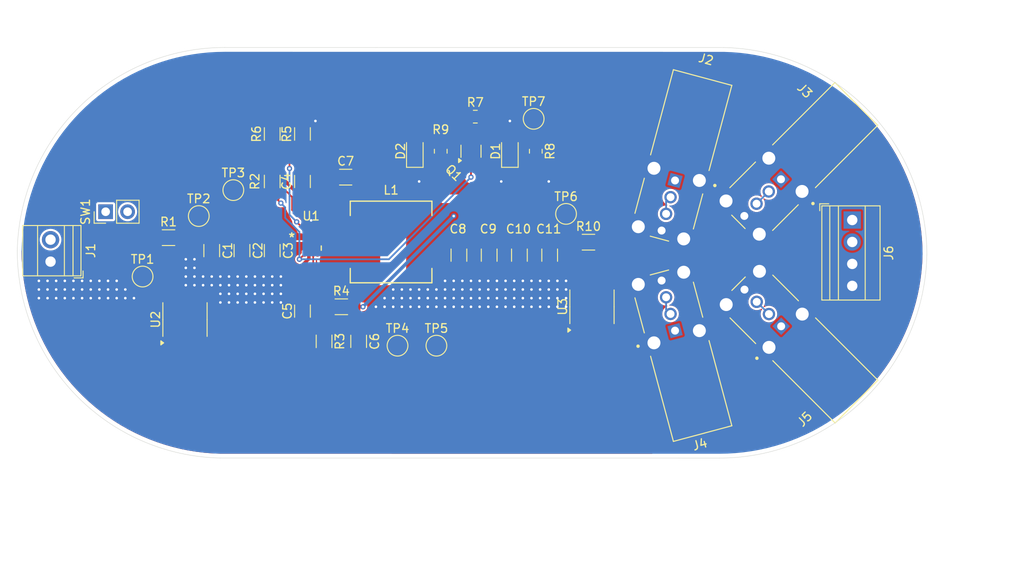
<source format=kicad_pcb>
(kicad_pcb (version 20240108) (generator "pcbnew") (generator_version "8.0")
  (layers (0 "F.Cu" signal) (31 "B.Cu" signal) (34 "B.Paste" user) (35 "F.Paste" user) (36 "B.SilkS" user "B.Silkscreen") (37 "F.SilkS" user "F.Silkscreen") (38 "B.Mask" user) (39 "F.Mask" user) (44 "Edge.Cuts" user))
  (net 0 "")
  (net 1 "VIN")
  (net 2 "VOUT")
  (net 3 "SW")
  (net 4 "Net-(J1-Pin_2)")
  (net 5 "VOUT2")
  (net 6 "Net-(J2-D+)")
  (net 7 "Net-(J3-D+)")
  (net 8 "Net-(J5-D+)")
  (net 9 "Net-(D2-A)")
  (net 10 "VBATT")
  (net 11 "Net-(D2-K)")
  (net 12 "PGOOD")
  (net 13 "VBST")
  (net 14 "GND")
  (net 15 "Net-(D1-A)")
  (net 16 "Net-(D1-K)")
  (net 17 "Net-(Q1B-G)")
  (net 18 "Net-(U1-VCC)")
  (net 19 "Net-(U1-SS)")
  (net 20 "Net-(U1-FB)")
  (net 21 "Net-(J4-D+)")
  (net 22 "Net-(U1-MODE)")
  (net 23 "Net-(U1-EN)")
  (net 25 "Net-(U2-SCL)")
  (net 26 "Net-(U2-A0)")
  (footprint "TestPoint:TestPoint_Pad_D2.0mm" (layer "F.Cu") (at 136 62)
    (property "Reference" "TP3")
    (property "Value" "TestPoint")
  )
  (footprint "Vertical USB:ONSHORE_USB-A1SSW6" (layer "F.Cu") (at 187.111364 78.260343 15)
    (property "Reference" "J4")
    (property "Value" "USB-A1SSW6")
  )
  (footprint "LED_SMD:LED_0805_2012Metric_Pad1.15x1.40mm_HandSolder" (layer "F.Cu") (at 157 57.5 90)
    (property "Reference" "D2")
    (property "Value" "LED")
  )
  (footprint "Wurth_Inductor:IND_WE-LHMI_8030_WRE" (layer "F.Cu") (at 154.2545 68)
    (property "Reference" "L1")
    (property "Value" "1.5uH")
  )
  (footprint "Capacitor_SMD:C_1206_3216Metric_Pad1.33x1.80mm_HandSolder" (layer "F.Cu") (at 144 61 90)
    (property "Reference" "C4")
    (property "Value" "1uF")
  )
  (footprint "Resistor_SMD:R_1206_3216Metric_Pad1.30x1.75mm_HandSolder" (layer "F.Cu") (at 140.5 61 -90)
    (property "Reference" "R2")
    (property "Value" "100k")
  )
  (footprint "Vertical USB:ONSHORE_USB-A1SSW6" (layer "F.Cu") (at 199.371101 60.744787 135)
    (property "Reference" "J3")
    (property "Value" "USB-A1SSW6")
  )
  (footprint "Resistor_SMD:R_1206_3216Metric_Pad1.30x1.75mm_HandSolder" (layer "F.Cu") (at 177.095 68.025)
    (property "Reference" "R10")
    (property "Value" "0.005")
  )
  (footprint "TerminalBlock:TerminalBlock_Xinya_XY308-2.54-4P_1x04_P2.54mm_Horizontal" (layer "F.Cu") (at 207.615887 65.46 -90)
    (property "Reference" "J6")
    (property "Value" "Screw_Terminal_01x04")
  )
  (footprint "TerminalBlock:TerminalBlock_Xinya_XY308-2.54-2P_1x02_P2.54mm_Horizontal" (layer "F.Cu") (at 114.85 70.275 90)
    (property "Reference" "J1")
    (property "Value" "Screw_Terminal_01x02")
  )
  (footprint "Package_SO:SOIC-8_3.9x4.9mm_P1.27mm" (layer "F.Cu") (at 130.405 76.975 90)
    (property "Reference" "U2")
    (property "Value" "INA219AIDR")
  )
  (footprint "TPS51386:VQFN-HR12_RJN_TEX" (layer "F.Cu") (at 144.993699 68)
    (property "Reference" "U1")
    (property "Value" "TPS51386RJNR")
  )
  (footprint "Capacitor_SMD:C_1206_3216Metric_Pad1.33x1.80mm_HandSolder" (layer "F.Cu") (at 149 60.5)
    (property "Reference" "C7")
    (property "Value" "0.1uF")
  )
  (footprint "Package_TO_SOT_SMD:SOT-363_SC-70-6_Handsoldering" (layer "F.Cu") (at 163.5 57.5 90)
    (property "Reference" "Q1")
    (property "Value" "Q_Dual_NMOS_S1G1D2S2G2D1")
  )
  (footprint "TestPoint:TestPoint_Pad_D2.0mm" (layer "F.Cu") (at 132 65)
    (property "Reference" "TP2")
    (property "Value" "TestPoint")
  )
  (footprint "Capacitor_SMD:C_1206_3216Metric_Pad1.33x1.80mm_HandSolder" (layer "F.Cu") (at 150.5 79.5 -90)
    (property "Reference" "C6")
    (property "Value" "22pF")
  )
  (footprint "Capacitor_SMD:C_1206_3216Metric_Pad1.33x1.80mm_HandSolder" (layer "F.Cu") (at 169.104 69.525 -90)
    (property "Reference" "C10")
    (property "Value" "22uF")
  )
  (footprint "Capacitor_SMD:C_1206_3216Metric_Pad1.33x1.80mm_HandSolder" (layer "F.Cu") (at 144 76 -90)
    (property "Reference" "C5")
    (property "Value" "0F")
  )
  (footprint "Resistor_SMD:R_1206_3216Metric_Pad1.30x1.75mm_HandSolder" (layer "F.Cu") (at 148.5 75.5)
    (property "Reference" "R4")
    (property "Value" "150k")
  )
  (footprint "Package_SO:SOIC-8_3.9x4.9mm_P1.27mm" (layer "F.Cu") (at 177.5 75.5 90)
    (property "Reference" "U3")
    (property "Value" "INA219AIDR")
  )
  (footprint "Capacitor_SMD:C_1206_3216Metric_Pad1.33x1.80mm_HandSolder" (layer "F.Cu") (at 133.5 69 -90)
    (property "Reference" "C1")
    (property "Value" "10uF")
  )
  (footprint "TestPoint:TestPoint_Pad_D2.0mm" (layer "F.Cu") (at 125.5 72)
    (property "Reference" "TP1")
    (property "Value" "TestPoint")
  )
  (footprint "TestPoint:TestPoint_Pad_D2.0mm" (layer "F.Cu") (at 170.75 53.75)
    (property "Reference" "TP7")
    (property "Value" "TestPoint")
  )
  (footprint "Connector_PinHeader_2.54mm:PinHeader_1x02_P2.54mm_Vertical" (layer "F.Cu") (at 121.225 64.5 90)
    (property "Reference" "SW1")
    (property "Value" "SW_SPST")
  )
  (footprint "Resistor_SMD:R_0805_2012Metric_Pad1.20x1.40mm_HandSolder" (layer "F.Cu") (at 164 53.5)
    (property "Reference" "R7")
    (property "Value" "10K")
  )
  (footprint "Resistor_SMD:R_1206_3216Metric_Pad1.30x1.75mm_HandSolder" (layer "F.Cu") (at 144 55.5 90)
    (property "Reference" "R5")
    (property "Value" "0")
  )
  (footprint "Capacitor_SMD:C_1206_3216Metric_Pad1.33x1.80mm_HandSolder" (layer "F.Cu") (at 137 69 -90)
    (property "Reference" "C2")
    (property "Value" "10uF")
  )
  (footprint "Capacitor_SMD:C_1206_3216Metric_Pad1.33x1.80mm_HandSolder" (layer "F.Cu") (at 172.604 69.525 -90)
    (property "Reference" "C11")
    (property "Value" "22uF")
  )
  (footprint "Capacitor_SMD:C_1206_3216Metric_Pad1.33x1.80mm_HandSolder" (layer "F.Cu") (at 162.104 69.525 -90)
    (property "Reference" "C8")
    (property "Value" "22uF")
  )
  (footprint "Capacitor_SMD:C_1206_3216Metric_Pad1.33x1.80mm_HandSolder" (layer "F.Cu") (at 140.5 69 -90)
    (property "Reference" "C3")
    (property "Value" "0.1uF")
  )
  (footprint "Capacitor_SMD:C_1206_3216Metric_Pad1.33x1.80mm_HandSolder" (layer "F.Cu") (at 165.604 69.525 -90)
    (property "Reference" "C9")
    (property "Value" "22uF")
  )
  (footprint "Vertical USB:ONSHORE_USB-A1SSW6" (layer "F.Cu") (at 187.111364 60.883422 165)
    (property "Reference" "J2")
    (property "Value" "USB-A1SSW6")
  )
  (footprint "Vertical USB:ONSHORE_USB-A1SSW6" (layer "F.Cu") (at 199.391233 77.755214 45)
    (property "Reference" "J5")
    (property "Value" "USB-A1SSW6")
  )
  (footprint "Resistor_SMD:R_1206_3216Metric_Pad1.30x1.75mm_HandSolder" (layer "F.Cu") (at 146.5 79.5 -90)
    (property "Reference" "R3")
    (property "Value" "20k")
  )
  (footprint "Resistor_SMD:R_0805_2012Metric_Pad1.20x1.40mm_HandSolder" (layer "F.Cu") (at 171 57.5 -90)
    (property "Reference" "R8")
    (property "Value" "120")
  )
  (footprint "Resistor_SMD:R_1206_3216Metric_Pad1.30x1.75mm_HandSolder" (layer "F.Cu") (at 128.5 67.5)
    (property "Reference" "R1")
    (property "Value" "0.005")
  )
  (footprint "Resistor_SMD:R_0805_2012Metric_Pad1.20x1.40mm_HandSolder" (layer "F.Cu") (at 160 57.5 -90)
    (property "Reference" "R9")
    (property "Value" "120")
  )
  (footprint "TestPoint:TestPoint_Pad_D2.0mm" (layer "F.Cu") (at 174.5 64.75)
    (property "Reference" "TP6")
    (property "Value" "TestPoint")
  )
  (footprint "Resistor_SMD:R_1206_3216Metric_Pad1.30x1.75mm_HandSolder" (layer "F.Cu") (at 140.5 55.5 90)
    (property "Reference" "R6")
    (property "Value" "0")
  )
  (footprint "LED_SMD:LED_0805_2012Metric_Pad1.15x1.40mm_HandSolder" (layer "F.Cu") (at 168 57.5 90)
    (property "Reference" "D1")
    (property "Value" "LED")
  )
  (footprint "TestPoint:TestPoint_Pad_D2.0mm" (layer "F.Cu") (at 159.5 80)
    (property "Reference" "TP5")
    (property "Value" "TestPoint")
  )
  (footprint "TestPoint:TestPoint_Pad_D2.0mm" (layer "F.Cu") (at 155 80)
    (property "Reference" "TP4")
    (property "Value" "TestPoint")
  )
  (gr_line (start 134.999999 45.494793) (end 192.75 45.5) (stroke (width 0.05)) (layer "Edge.Cuts"))
  (gr_arc (start 192.75 45.5) (mid 209.40011 52.703461) (end 216.255207 69.499999) (stroke (width 0.05)) (layer "Edge.Cuts"))
  (gr_line (start 134.505207 92.999999) (end 192.250001 93.005207) (stroke (width 0.05)) (layer "Edge.Cuts"))
  (gr_arc (start 216.25 69.5) (mid 209.046539 86.15011) (end 192.250001 93.005207) (stroke (width 0.05)) (layer "Edge.Cuts"))
  (gr_arc (start 111 69) (mid 118.203461 52.34989) (end 134.999999 45.494793) (stroke (width 0.05)) (layer "Edge.Cuts"))
  (gr_arc (start 134.505207 92.999999) (mid 117.855097 85.796538) (end 111 69) (stroke (width 0.05)) (layer "Edge.Cuts"))
  (segment (start 131.5 64.5) (end 131.5 65) (width 0.2) (layer "F.Cu") (net 1))
  (segment (start 129.77 74.5) (end 129.77 67.78) (width 0.2) (layer "F.Cu") (net 1))
  (segment (start 129.77 67.78) (end 130.05 67.5) (width 0.2) (layer "F.Cu") (net 1))
  (segment (start 130.05 67.5) (end 133.4375 67.5) (width 0.2) (layer "F.Cu") (net 1))
  (segment (start 133.4375 67.5) (end 133.5 67.4375) (width 0.2) (layer "F.Cu") (net 1))
  (segment (start 137 67.4375) (end 140.5 67.4375) (width 0.2) (layer "F.Cu") (net 1))
  (segment (start 140.5 67.4375) (end 144.425024 67.4375) (width 0.2) (layer "F.Cu") (net 1))
  (segment (start 144.425024 67.4375) (end 144.487398 67.499874) (width 0.2) (layer "F.Cu") (net 1))
  (segment (start 131.5 65) (end 130.05 66.45) (width 0.2) (layer "F.Cu") (net 1))
  (segment (start 133.5 67.4375) (end 137 67.4375) (width 0.2) (layer "F.Cu") (net 1))
  (segment (start 130.05 66.45) (end 130.05 67.5) (width 0.2) (layer "F.Cu") (net 1))
  (segment (start 150.5 75.95) (end 150.05 75.5) (width 0.2) (layer "F.Cu") (net 2))
  (segment (start 172.604 67.9625) (end 169.104 67.9625) (width 0.2) (layer "F.Cu") (net 2))
  (segment (start 171 58.5) (end 171 65) (width 0.2) (layer "F.Cu") (net 2))
  (segment (start 160 58.5) (end 160 63.5) (width 0.2) (layer "F.Cu") (net 2))
  (segment (start 173.0325 67.9625) (end 173.095 68.025) (width 0.2) (layer "F.Cu") (net 2))
  (segment (start 162.0415 68.025) (end 162.104 67.9625) (width 0.2) (layer "F.Cu") (net 2))
  (segment (start 175.4825 67.9625) (end 175.545 68.025) (width 0.2) (layer "F.Cu") (net 2))
  (segment (start 165.604 67.9625) (end 169.104 67.9625) (width 0.2) (layer "F.Cu") (net 2))
  (segment (start 150.5 77.9375) (end 150.5 75.95) (width 0.4) (layer "F.Cu") (net 2))
  (segment (start 151.009 75.5) (end 150.05 75.5) (width 0.4) (layer "F.Cu") (net 2))
  (segment (start 158.509 68) (end 163.4465 68) (width 0.2) (layer "F.Cu") (net 2))
  (segment (start 173.5 65) (end 173.5 65.5) (width 0.2) (layer "F.Cu") (net 2))
  (segment (start 172.604 67.9625) (end 175.4825 67.9625) (width 0.2) (layer "F.Cu") (net 2))
  (segment (start 175.545 72.975) (end 175.595 73.025) (width 0.2) (layer "F.Cu") (net 2))
  (segment (start 171 65) (end 173.5 65) (width 0.2) (layer "F.Cu") (net 2))
  (segment (start 160 63.5) (end 161.5 65) (width 0.2) (layer "F.Cu") (net 2))
  (segment (start 172.604 66.396) (end 172.604 67.9625) (width 0.2) (layer "F.Cu") (net 2))
  (segment (start 151.009 75.5) (end 151 75.5) (width 0.4) (layer "F.Cu") (net 2))
  (segment (start 175.545 68.025) (end 175.545 72.975) (width 0.2) (layer "F.Cu") (net 2))
  (segment (start 162.104 67.9625) (end 165.604 67.9625) (width 0.2) (layer "F.Cu") (net 2))
  (segment (start 172.604 67.9625) (end 173.0325 67.9625) (width 0.2) (layer "F.Cu") (net 2))
  (segment (start 173.5 65.5) (end 172.604 66.396) (width 0.2) (layer "F.Cu") (net 2))
  (via (at 151 75.5) (size 0.6) (drill 0.3) (layers "F.Cu" "B.Cu") (net 2))
  (via (at 161.5 65) (size 0.6) (drill 0.3) (layers "F.Cu" "B.Cu") (net 2))
  (segment (start 151 75.5) (end 161.5 65) (width 0.4) (layer "B.Cu") (net 2))
  (segment (start 150.5625 60.5) (end 150.5625 67.4375) (width 0.4) (layer "F.Cu") (net 3))
  (segment (start 145.5 68) (end 150 68) (width 0.2) (layer "F.Cu") (net 3))
  (segment (start 150.5625 67.4375) (end 150 68) (width 0.2) (layer "F.Cu") (net 3))
  (segment (start 133.41 78.41) (end 143 88) (width 0.2) (layer "F.Cu") (net 5))
  (segment (start 133.41 75.6) (end 133.41 78.41) (width 0.2) (layer "F.Cu") (net 5))
  (segment (start 190.995477 79.504523) (end 190.995477 78.260343) (width 0.2) (layer "F.Cu") (net 5))
  (segment (start 178.645 68.025) (end 176.865 69.805) (width 0.2) (layer "F.Cu") (net 5))
  (segment (start 176.865 69.805) (end 176.865 73.025) (width 0.2) (layer "F.Cu") (net 5))
  (segment (start 132.31 74.5) (end 133.41 75.6) (width 0.2) (layer "F.Cu") (net 5))
  (segment (start 143 88) (end 182.5 88) (width 0.2) (layer "F.Cu") (net 5))
  (segment (start 179.405 68.785) (end 179.405 73.025) (width 0.2) (layer "F.Cu") (net 5))
  (segment (start 178.645 68.025) (end 179.405 68.785) (width 0.2) (layer "F.Cu") (net 5))
  (segment (start 182.5 88) (end 190.995477 79.504523) (width 0.2) (layer "F.Cu") (net 5))
  (segment (start 186.076088 63.332912) (end 186.593726 62.815274) (width 0.2) (layer "B.Cu") (net 6))
  (segment (start 186.076088 64.747125) (end 186.076088 63.332912) (width 0.2) (layer "B.Cu") (net 6))
  (segment (start 196.542674 63.573214) (end 197.956887 62.159001) (width 0.2) (layer "B.Cu") (net 7))
  (segment (start 196.562806 74.926787) (end 197.977019 76.341) (width 0.2) (layer "B.Cu") (net 8))
  (segment (start 157 56.475) (end 159.975 56.475) (width 0.2) (layer "F.Cu") (net 9))
  (segment (start 159.975 56.475) (end 160 56.5) (width 0.2) (layer "F.Cu") (net 9))
  (segment (start 128.5 74.5) (end 128.5 69.05) (width 0.2) (layer "F.Cu") (net 10))
  (segment (start 128.5 69.05) (end 126.95 67.5) (width 0.2) (layer "F.Cu") (net 10))
  (segment (start 157.925 57.6) (end 161.42 57.6) (width 0.2) (layer "F.Cu") (net 11))
  (segment (start 161.42 57.6) (end 162.85 56.17) (width 0.2) (layer "F.Cu") (net 11))
  (segment (start 157 58.525) (end 157.925 57.6) (width 0.2) (layer "F.Cu") (net 11))
  (segment (start 139.95 62) (end 140.5 62.55) (width 0.2) (layer "F.Cu") (net 12))
  (segment (start 136 62) (end 139.95 62) (width 0.2) (layer "F.Cu") (net 12))
  (segment (start 163.5 58.83) (end 163.5 60.5) (width 0.2) (layer "F.Cu") (net 12))
  (segment (start 140.5 62.55) (end 140.55 62.55) (width 0.2) (layer "F.Cu") (net 12))
  (segment (start 143.64351 70) (end 144.24351 69.4) (width 0.2) (layer "F.Cu") (net 12))
  (segment (start 140.55 62.55) (end 141.5 63.5) (width 0.2) (layer "F.Cu") (net 12))
  (via (at 141.5 63.5) (size 0.6) (drill 0.3) (layers "F.Cu" "B.Cu") (net 12))
  (via (at 163.5 60.5) (size 0.6) (drill 0.3) (layers "F.Cu" "B.Cu") (net 12))
  (via (at 143.64351 70) (size 0.6) (drill 0.3) (layers "F.Cu" "B.Cu") (net 12))
  (segment (start 141.5 63.5) (end 142 64) (width 0.2) (layer "B.Cu") (net 12))
  (segment (start 163.5 60.5) (end 154 70) (width 0.2) (layer "B.Cu") (net 12))
  (segment (start 143.64351 66.840569) (end 143.64351 70) (width 0.2) (layer "B.Cu") (net 12))
  (segment (start 142 65.197059) (end 143.64351 66.840569) (width 0.2) (layer "B.Cu") (net 12))
  (segment (start 154 70) (end 143.64351 70) (width 0.2) (layer "B.Cu") (net 12))
  (segment (start 142 64) (end 142 65.197059) (width 0.2) (layer "B.Cu") (net 12))
  (segment (start 147.4375 66.133874) (end 147.4375 60.5) (width 0.4) (layer "F.Cu") (net 13))
  (segment (start 146.0715 67.499874) (end 147.4375 66.133874) (width 0.2) (layer "F.Cu") (net 13))
  (segment (start 145.8937 67.499874) (end 146.0715 67.499874) (width 0.2) (layer "F.Cu") (net 13))
  (segment (start 162.104 71.0875) (end 165.604 71.0875) (width 0.2) (layer "F.Cu") (net 14))
  (segment (start 145.5 57.9375) (end 145.5 54) (width 0.2) (layer "F.Cu") (net 14))
  (segment (start 165.604 71.0875) (end 169.104 71.0875) (width 0.2) (layer "F.Cu") (net 14))
  (segment (start 131.04 73.0225) (end 133.5 70.5625) (width 0.2) (layer "F.Cu") (net 14))
  (segment (start 145.243762 66.6) (end 145.243762 65.743762) (width 0.2) (layer "F.Cu") (net 14))
  (segment (start 145.45 53.95) (end 145.5 54) (width 0.2) (layer "F.Cu") (net 14))
  (segment (start 133.5 70.5625) (end 137 70.5625) (width 0.2) (layer "F.Cu") (net 14))
  (segment (start 142.562374 68.500126) (end 144.487398 68.500126) (width 0.2) (layer "F.Cu") (net 14))
  (segment (start 144 53.95) (end 145.45 53.95) (width 0.2) (layer "F.Cu") (net 14))
  (segment (start 137 70.5625) (end 140.5 70.5625) (width 0.2) (layer "F.Cu") (net 14))
  (segment (start 144 59.4375) (end 145.5 57.9375) (width 0.2) (layer "F.Cu") (net 14))
  (segment (start 140.5 70.5625) (end 142.562374 68.500126) (width 0.2) (layer "F.Cu") (net 14))
  (segment (start 145.243762 65.743762) (end 145 65.5) (width 0.2) (layer "F.Cu") (net 14))
  (segment (start 172.604 71.0875) (end 169.104 71.0875) (width 0.2) (layer "F.Cu") (net 14))
  (segment (start 131.04 74.5) (end 131.04 73.0225) (width 0.2) (layer "F.Cu") (net 14))
  (via (at 159.5 73.5) (size 0.6) (drill 0.3) (layers "F.Cu" "B.Cu") (net 14))
  (via (at 135.5 75) (size 0.6) (drill 0.3) (layers "F.Cu" "B.Cu") (net 14))
  (via (at 124.5 74.5) (size 0.6) (drill 0.3) (layers "F.Cu" "B.Cu") (net 14))
  (via (at 121.5 73.5) (size 0.6) (drill 0.3) (layers "F.Cu" "B.Cu") (net 14))
  (via (at 145 65.5) (size 0.6) (drill 0.3) (layers "F.Cu" "B.Cu") (net 14))
  (via (at 154.5 75.5) (size 0.6) (drill 0.3) (layers "F.Cu" "B.Cu") (net 14))
  (via (at 134.5 75) (size 0.6) (drill 0.3) (layers "F.Cu" "B.Cu") (net 14))
  (via (at 117.5 73.5) (size 0.6) (drill 0.3) (layers "F.Cu" "B.Cu") (net 14))
  (via (at 136.5 75) (size 0.6) (drill 0.3) (layers "F.Cu" "B.Cu") (net 14))
  (via (at 123.5 74.5) (size 0.6) (drill 0.3) (layers "F.Cu" "B.Cu") (net 14))
  (via (at 133.5 72) (size 0.6) (drill 0.3) (layers "F.Cu" "B.Cu") (net 14))
  (via (at 119.5 72.5) (size 0.6) (drill 0.3) (layers "F.Cu" "B.Cu") (net 14))
  (via (at 168 54) (size 0.6) (drill 0.3) (layers "F.Cu" "B.Cu") (net 14))
  (via (at 115.5 72.5) (size 0.6) (drill 0.3) (layers "F.Cu" "B.Cu") (net 14))
  (via (at 137.5 72) (size 0.6) (drill 0.3) (layers "F.Cu" "B.Cu") (net 14))
  (via (at 114.5 73.5) (size 0.6) (drill 0.3) (layers "F.Cu" "B.Cu") (net 14))
  (via (at 170.5 75.5) (size 0.6) (drill 0.3) (layers "F.Cu" "B.Cu") (net 14))
  (via (at 113.5 72.5) (size 0.6) (drill 0.3) (layers "F.Cu" "B.Cu") (net 14))
  (via (at 134.5 72) (size 0.6) (drill 0.3) (layers "F.Cu" "B.Cu") (net 14))
  (via (at 174.5 72.5) (size 0.6) (drill 0.3) (layers "F.Cu" "B.Cu") (net 14))
  (via (at 164.5 74.5) (size 0.6) (drill 0.3) (layers "F.Cu" "B.Cu") (net 14))
  (via (at 152.5 75.5) (size 0.6) (drill 0.3) (layers "F.Cu" "B.Cu") (net 14))
  (via (at 165.5 74.5) (size 0.6) (drill 0.3) (layers "F.Cu" "B.Cu") (net 14))
  (via (at 113.5 73.5) (size 0.6) (drill 0.3) (layers "F.Cu" "B.Cu") (net 14))
  (via (at 165.5 73.5) (size 0.6) (drill 0.3) (layers "F.Cu" "B.Cu") (net 14))
  (via (at 167.5 75.5) (size 0.6) (drill 0.3) (layers "F.Cu" "B.Cu") (net 14))
  (via (at 158.5 75.5) (size 0.6) (drill 0.3) (layers "F.Cu" "B.Cu") (net 14))
  (via (at 136.5 73) (size 0.6) (drill 0.3) (layers "F.Cu" "B.Cu") (net 14))
  (via (at 123.5 73.5) (size 0.6) (drill 0.3) (layers "F.Cu" "B.Cu") (net 14))
  (via (at 139.5 74) (size 0.6) (drill 0.3) (layers "F.Cu" "B.Cu") (net 14))
  (via (at 161.5 75.5) (size 0.6) (drill 0.3) (layers "F.Cu" "B.Cu") (net 14))
  (via (at 132.5 72) (size 0.6) (drill 0.3) (layers "F.Cu" "B.Cu") (net 14))
  (via (at 131.5 73) (size 0.6) (drill 0.3) (layers "F.Cu" "B.Cu") (net 14))
  (via (at 162.5 75.5) (size 0.6) (drill 0.3) (layers "F.Cu" "B.Cu") (net 14))
  (via (at 119.5 73.5) (size 0.6) (drill 0.3) (layers "F.Cu" "B.Cu") (net 14))
  (via (at 117.5 72.5) (size 0.6) (drill 0.3) (layers "F.Cu" "B.Cu") (net 14))
  (via (at 171.5 73.5) (size 0.6) (drill 0.3) (layers "F.Cu" "B.Cu") (net 14))
  (via (at 172.5 73.5) (size 0.6) (drill 0.3) (layers "F.Cu" "B.Cu") (net 14))
  (via (at 131.5 72) (size 0.6) (drill 0.3) (layers "F.Cu" "B.Cu") (net 14))
  (via (at 121.5 74.5) (size 0.6) (drill 0.3) (layers "F.Cu" "B.Cu") (net 14))
  (via (at 138.5 74) (size 0.6) (drill 0.3) (layers "F.Cu" "B.Cu") (net 14))
  (via (at 138.5 75) (size 0.6) (drill 0.3) (layers "F.Cu" "B.Cu") (net 14))
  (via (at 154.5 73.5) (size 0.6) (drill 0.3) (layers "F.Cu" "B.Cu") (net 14))
  (via (at 163.5 74.5) (size 0.6) (drill 0.3) (layers "F.Cu" "B.Cu") (net 14))
  (via (at 169.5 73.5) (size 0.6) (drill 0.3) (layers "F.Cu" "B.Cu") (net 14))
  (via (at 137.5 75) (size 0.6) (drill 0.3) (layers "F.Cu" "B.Cu") (net 14))
  (via (at 141.5 75) (size 0.6) (drill 0.3) (layers "F.Cu" "B.Cu") (net 14))
  (via (at 137.5 74) (size 0.6) (drill 0.3) (layers "F.Cu" "B.Cu") (net 14))
  (via (at 134.5 73) (size 0.6) (drill 0.3) (layers "F.Cu" "B.Cu") (net 14))
  (via (at 162.5 72.5) (size 0.6) (drill 0.3) (layers "F.Cu" "B.Cu") (net 14))
  (via (at 160.5 74.5) (size 0.6) (drill 0.3) (layers "F.Cu" "B.Cu") (net 14))
  (via (at 145.5 54) (size 0.6) (drill 0.3) (layers "F.Cu" "B.Cu") (net 14))
  (via (at 161.5 74.5) (size 0.6) (drill 0.3) (layers "F.Cu" "B.Cu") (net 14))
  (via (at 116.5 73.5) (size 0.6) (drill 0.3) (layers "F.Cu" "B.Cu") (net 14))
  (via (at 141.5 74) (size 0.6) (drill 0.3) (layers "F.Cu" "B.Cu") (net 14))
  (via (at 163.5 72.5) (size 0.6) (drill 0.3) (layers "F.Cu" "B.Cu") (net 14))
  (via (at 159.5 75.5) (size 0.6) (drill 0.3) (layers "F.Cu" "B.Cu") (net 14))
  (via (at 135.5 73) (size 0.6) (drill 0.3) (layers "F.Cu" "B.Cu") (net 14))
  (via (at 156.5 75.5) (size 0.6) (drill 0.3) (layers "F.Cu" "B.Cu") (net 14))
  (via (at 174.5 74.5) (size 0.6) (drill 0.3) (layers "F.Cu" "B.Cu") (net 14))
  (via (at 131.5 71) (size 0.6) (drill 0.3) (layers "F.Cu" "B.Cu") (net 14))
  (via (at 171.5 72.5) (size 0.6) (drill 0.3) (layers "F.Cu" "B.Cu") (net 14))
  (via (at 115.5 74.5) (size 0.6) (drill 0.3) (layers "F.Cu" "B.Cu") (net 14))
  (via (at 153.5 75.5) (size 0.6) (drill 0.3) (layers "F.Cu" "B.Cu") (net 14))
  (via (at 166.5 75.5) (size 0.6) (drill 0.3) (layers "F.Cu" "B.Cu") (net 14))
  (via (at 170.5 74.5) (size 0.6) (drill 0.3) (layers "F.Cu" "B.Cu") (net 14))
  (via (at 114.5 74.5) (size 0.6) (drill 0.3) (layers "F.Cu" "B.Cu") (net 14))
  (via (at 160.5 75.5) (size 0.6) (drill 0.3) (layers "F.Cu" "B.Cu") (net 14))
  (via (at 132.5 73) (size 0.6) (drill 0.3) (layers "F.Cu" "B.Cu") (net 14))
  (via (at 168.5 72.5) (size 0.6) (drill 0.3) (layers "F.Cu" "B.Cu") (net 14))
  (via (at 163.5 75.5) (size 0.6) (drill 0.3) (layers "F.Cu" "B.Cu") (net 14))
  (via (at 156.5 73.5) (size 0.6) (drill 0.3) (layers "F.Cu" "B.Cu") (net 14))
  (via (at 164.5 72.5) (size 0.6) (drill 0.3) (layers "F.Cu" "B.Cu") (net 14))
  (via (at 156.5 74.5) (size 0.6) (drill 0.3) (layers "F.Cu" "B.Cu") (net 14))
  (via (at 169.5 74.5) (size 0.6) (drill 0.3) (layers "F.Cu" "B.Cu") (net 14))
  (via (at 116.5 74.5) (size 0.6) (drill 0.3) (layers "F.Cu" "B.Cu") (net 14))
  (via (at 119.5 74.5) (size 0.6) (drill 0.3) (layers "F.Cu" "B.Cu") (net 14))
  (via (at 162.5 74.5) (size 0.6) (drill 0.3) (layers "F.Cu" "B.Cu") (net 14))
  (via (at 173.5 72.5) (size 0.6) (drill 0.3) (layers "F.Cu" "B.Cu") (net 14))
  (via (at 120.5 73.5) (size 0.6) (drill 0.3) (layers "F.Cu" "B.Cu") (net 14))
  (via (at 139.5 72) (size 0.6) (drill 0.3) (layers "F.Cu" "B.Cu") (net 14))
  (via (at 166.5 73.5) (size 0.6) (drill 0.3) (layers "F.Cu" "B.Cu") (net 14))
  (via (at 168.5 75.5) (size 0.6) (drill 0.3) (layers "F.Cu" "B.Cu") (net 14))
  (via (at 165.5 75.5) (size 0.6) (drill 0.3) (layers "F.Cu" "B.Cu") (net 14))
  (via (at 161.5 73.5) (size 0.6) (drill 0.3) (layers "F.Cu" "B.Cu") (net 14))
  (via (at 160.5 72.5) (size 0.6) (drill 0.3) (layers "F.Cu" "B.Cu") (net 14))
  (via (at 172.5 74.5) (size 0.6) (drill 0.3) (layers "F.Cu" "B.Cu") (net 14))
  (via (at 136.5 72) (size 0.6) (drill 0.3) (layers "F.Cu" "B.Cu") (net 14))
  (via (at 154.5 74.5) (size 0.6) (drill 0.3) (layers "F.Cu" "B.Cu") (net 14))
  (via (at 120.5 72.5) (size 0.6) (drill 0.3) (layers "F.Cu" "B.Cu") (net 14))
  (via (at 173.5 74.5) (size 0.6) (drill 0.3) (layers "F.Cu" "B.Cu") (net 14))
  (via (at 138.5 72) (size 0.6) (drill 0.3) (layers "F.Cu" "B.Cu") (net 14))
  (via (at 157.5 74.5) (size 0.6) (drill 0.3) (layers "F.Cu" "B.Cu") (net 14))
  (via (at 118.5 72.5) (size 0.6) (drill 0.3) (layers "F.Cu" "B.Cu") (net 14))
  (via (at 168.5 74.5) (size 0.6) (drill 0.3) (layers "F.Cu" "B.Cu") (net 14))
  (via (at 137.5 73) (size 0.6) (drill 0.3) (layers "F.Cu" "B.Cu") (net 14))
  (via (at 130.5 71) (size 0.6) (drill 0.3) (layers "F.Cu" "B.Cu") (net 14))
  (via (at 167.5 74.5) (size 0.6) (drill 0.3) (layers "F.Cu" "B.Cu") (net 14))
  (via (at 173.5 75.5) (size 0.6) (drill 0.3) (layers "F.Cu" "B.Cu") (net 14))
  (via (at 153.5 74.5) (size 0.6) (drill 0.3) (layers "F.Cu" "B.Cu") (net 14))
  (via (at 164.5 75.5) (size 0.6) (drill 0.3) (layers "F.Cu" "B.Cu") (net 14))
  (via (at 169.5 72.5) (size 0.6) (drill 0.3) (layers "F.Cu" "B.Cu") (net 14))
  (via (at 133.5 73) (size 0.6) (drill 0.3) (layers "F.Cu" "B.Cu") (net 14))
  (via (at 120.5 74.5) (size 0.6) (drill 0.3) (layers "F.Cu" "B.Cu") (net 14))
  (via (at 174.5 75.5) (size 0.6) (drill 0.3) (layers "F.Cu" "B.Cu") (net 14))
  (via (at 157.5 75.5) (size 0.6) (drill 0.3) (layers "F.Cu" "B.Cu") (net 14))
  (via (at 118.5 73.5) (size 0.6) (drill 0.3) (layers "F.Cu" "B.Cu") (net 14))
  (via (at 138.5 73) (size 0.6) (drill 0.3) (layers "F.Cu" "B.Cu") (net 14))
  (via (at 160.5 73.5) (size 0.6) (drill 0.3) (layers "F.Cu" "B.Cu") (net 14))
  (via (at 121.5 72.5) (size 0.6) (drill 0.3) (layers "F.Cu" "B.Cu") (net 14))
  (via (at 131.5 70) (size 0.6) (drill 0.3) (layers "F.Cu" "B.Cu") (net 14))
  (via (at 165.5 72.5) (size 0.6) (drill 0.3) (layers "F.Cu" "B.Cu") (net 14))
  (via (at 116.5 72.5) (size 0.6) (drill 0.3) (layers "F.Cu" "B.Cu") (net 14))
  (via (at 157.5 73.5) (size 0.6) (drill 0.3) (layers "F.Cu" "B.Cu") (net 14))
  (via (at 158.5 73.5) (size 0.6) (drill 0.3) (layers "F.Cu" "B.Cu") (net 14))
  (via (at 158.5 74.5) (size 0.6) (drill 0.3) (layers "F.Cu" "B.Cu") (net 14))
  (via (at 140.5 72) (size 0.6) (drill 0.3) (layers "F.Cu" "B.Cu") (net 14))
  (via (at 130.5 73) (size 0.6) (drill 0.3) (layers "F.Cu" "B.Cu") (net 14))
  (via (at 115.5 73.5) (size 0.6) (drill 0.3) (layers "F.Cu" "B.Cu") (net 14))
  (via (at 159.5 74.5) (size 0.6) (drill 0.3) (layers "F.Cu" "B.Cu") (net 14))
  (via (at 171.5 75.5) (size 0.6) (drill 0.3) (layers "F.Cu" "B.Cu") (net 14))
  (via (at 134.5 74) (size 0.6) (drill 0.3) (layers "F.Cu" "B.Cu") (net 14))
  (via (at 170.5 72.5) (size 0.6) (drill 0.3) (layers "F.Cu" "B.Cu") (net 14))
  (via (at 113.5 74.5) (size 0.6) (drill 0.3) (layers "F.Cu" "B.Cu") (net 14))
  (via (at 117.5 74.5) (size 0.6) (drill 0.3) (layers "F.Cu" "B.Cu") (net 14))
  (via (at 114.5 72.5) (size 0.6) (drill 0.3) (layers "F.Cu" "B.Cu") (net 14))
  (via (at 169.5 75.5) (size 0.6) (drill 0.3) (layers "F.Cu" "B.Cu") (net 14))
  (via (at 157.5 61) (size 0.6) (drill 0.3) (layers "F.Cu" "B.Cu") (net 14))
  (via (at 171.5 74.5) (size 0.6) (drill 0.3) (layers "F.Cu" "B.Cu") (net 14))
  (via (at 130.5 70) (size 0.6) (drill 0.3) (layers "F.Cu" "B.Cu") (net 14))
  (via (at 174.5 73.5) (size 0.6) (drill 0.3) (layers "F.Cu" "B.Cu") (net 14))
  (via (at 166.5 74.5) (size 0.6) (drill 0.3) (layers "F.Cu" "B.Cu") (net 14))
  (via (at 155.5 74.5) (size 0.6) (drill 0.3) (layers "F.Cu" "B.Cu") (net 14))
  (via (at 172.5 61) (size 0.6) (drill 0.3) (layers "F.Cu" "B.Cu") (net 14))
  (via (at 139.5 73) (size 0.6) (drill 0.3) (layers "F.Cu" "B.Cu") (net 14))
  (via (at 166.5 72.5) (size 0.6) (drill 0.3) (layers "F.Cu" "B.Cu") (net 14))
  (via (at 118.5 74.5) (size 0.6) (drill 0.3) (layers "F.Cu" "B.Cu") (net 14))
  (via (at 173.5 73.5) (size 0.6) (drill 0.3) (layers "F.Cu" "B.Cu") (net 14))
  (via (at 141.5 72) (size 0.6) (drill 0.3) (layers "F.Cu" "B.Cu") (net 14))
  (via (at 155.5 73.5) (size 0.6) (drill 0.3) (layers "F.Cu" "B.Cu") (net 14))
  (via (at 122.5 73.5) (size 0.6) (drill 0.3) (layers "F.Cu" "B.Cu") (net 14))
  (via (at 141.5 73) (size 0.6) (drill 0.3) (layers "F.Cu" "B.Cu") (net 14))
  (via (at 167.5 72.5) (size 0.6) (drill 0.3) (layers "F.Cu" "B.Cu") (net 14))
  (via (at 135.5 74) (size 0.6) (drill 0.3) (layers "F.Cu" "B.Cu") (net 14))
  (via (at 164.5 73.5) (size 0.6) (drill 0.3) (layers "F.Cu" "B.Cu") (net 14))
  (via (at 136.5 74) (size 0.6) (drill 0.3) (layers "F.Cu" "B.Cu") (net 14))
  (via (at 168.5 73.5) (size 0.6) (drill 0.3) (layers "F.Cu" "B.Cu") (net 14))
  (via (at 130.5 72) (size 0.6) (drill 0.3) (layers "F.Cu" "B.Cu") (net 14))
  (via (at 122.5 74.5) (size 0.6) (drill 0.3) (layers "F.Cu" "B.Cu") (net 14))
  (via (at 162.5 73.5) (size 0.6) (drill 0.3) (layers "F.Cu" "B.Cu") (net 14))
  (via (at 140.5 75) (size 0.6) (drill 0.3) (layers "F.Cu" "B.Cu") (net 14))
  (via (at 167 61) (size 0.6) (drill 0.3) (layers "F.Cu" "B.Cu") (net 14))
  (via (at 170.5 73.5) (size 0.6) (drill 0.3) (layers "F.Cu" "B.Cu") (net 14))
  (via (at 139.5 75) (size 0.6) (drill 0.3) (layers "F.Cu" "B.Cu") (net 14))
  (via (at 163.5 73.5) (size 0.6) (drill 0.3) (layers "F.Cu" "B.Cu") (net 14))
  (via (at 155.5 75.5) (size 0.6) (drill 0.3) (layers "F.Cu" "B.Cu") (net 14))
  (via (at 122.5 72.5) (size 0.6) (drill 0.3) (layers "F.Cu" "B.Cu") (net 14))
  (via (at 140.5 73) (size 0.6) (drill 0.3) (layers "F.Cu" "B.Cu") (net 14))
  (via (at 172.5 72.5) (size 0.6) (drill 0.3) (layers "F.Cu" "B.Cu") (net 14))
  (via (at 161.5 72.5) (size 0.6) (drill 0.3) (layers "F.Cu" "B.Cu") (net 14))
  (via (at 140.5 74) (size 0.6) (drill 0.3) (layers "F.Cu" "B.Cu") (net 14))
  (via (at 172.5 75.5) (size 0.6) (drill 0.3) (layers "F.Cu" "B.Cu") (net 14))
  (via (at 135.5 72) (size 0.6) (drill 0.3) (layers "F.Cu" "B.Cu") (net 14))
  (via (at 167.5 73.5) (size 0.6) (drill 0.3) (layers "F.Cu" "B.Cu") (net 14))
  (segment (start 170.975 56.475) (end 171 56.5) (width 0.2) (layer "F.Cu") (net 15))
  (segment (start 168 56.475) (end 170.975 56.475) (width 0.2) (layer "F.Cu") (net 15))
  (segment (start 164.15 58.83) (end 164.455 58.525) (width 0.2) (layer "F.Cu") (net 16))
  (segment (start 164.455 58.525) (end 168 58.525) (width 0.2) (layer "F.Cu") (net 16))
  (segment (start 163.5 54.5) (end 163.5 56.17) (width 0.2) (layer "F.Cu") (net 17))
  (segment (start 163 54) (end 163.5 54.5) (width 0.2) (layer "F.Cu") (net 17))
  (segment (start 163 53.5) (end 163 54) (width 0.2) (layer "F.Cu") (net 17))
  (segment (start 140.5 53.95) (end 141.675 55.125) (width 0.2) (layer "F.Cu") (net 18))
  (segment (start 145.743888 64.306388) (end 145.743888 66.6) (width 0.4) (layer "F.Cu") (net 18))
  (segment (start 144 62.5625) (end 145.743888 64.306388) (width 0.4) (layer "F.Cu") (net 18))
  (segment (start 141.675 55.125) (end 141.675 58.275) (width 0.2) (layer "F.Cu") (net 18))
  (segment (start 141.675 58.275) (end 140.5 59.45) (width 0.2) (layer "F.Cu") (net 18))
  (segment (start 143.6125 62.5625) (end 144 62.5625) (width 0.2) (layer "F.Cu") (net 18))
  (segment (start 140.5 59.45) (end 143.6125 62.5625) (width 0.4) (layer "F.Cu") (net 18))
  (segment (start 145.243762 73.193738) (end 144 74.4375) (width 0.2) (layer "F.Cu") (net 19))
  (segment (start 145.243762 69.4) (end 145.243762 73.193738) (width 0.2) (layer "F.Cu") (net 19))
  (segment (start 144.743636 69.931674) (end 142.5 72.17531) (width 0.4) (layer "F.Cu") (net 20))
  (segment (start 150.5 81.0625) (end 153.9375 81.0625) (width 0.4) (layer "F.Cu") (net 20))
  (segment (start 153.9375 81.0625) (end 155 80) (width 0.4) (layer "F.Cu") (net 20))
  (segment (start 143 76) (end 146.45 76) (width 0.4) (layer "F.Cu") (net 20))
  (segment (start 147.3875 77.95) (end 146.5 77.95) (width 0.2) (layer "F.Cu") (net 20))
  (segment (start 146.95 75.5) (end 146.95 77.5) (width 0.4) (layer "F.Cu") (net 20))
  (segment (start 150.5 81.0625) (end 147.3875 77.95) (width 0.4) (layer "F.Cu") (net 20))
  (segment (start 146.45 76) (end 146.95 75.5) (width 0.4) (layer "F.Cu") (net 20))
  (segment (start 142.5 72.17531) (end 142.5 75.5) (width 0.4) (layer "F.Cu") (net 20))
  (segment (start 142.5 75.5) (end 143 76) (width 0.4) (layer "F.Cu") (net 20))
  (segment (start 146.95 77.5) (end 146.5 77.95) (width 0.2) (layer "F.Cu") (net 20))
  (segment (start 144.743636 69.4) (end 144.743636 69.931674) (width 0.4) (layer "F.Cu") (net 20))
  (segment (start 186.076088 75.810853) (end 186.593726 76.328491) (width 0.2) (layer "B.Cu") (net 21))
  (segment (start 186.076088 74.39664) (end 186.076088 75.810853) (width 0.2) (layer "B.Cu") (net 21))
  (segment (start 143.325735 65.682225) (end 144.24351 66.6) (width 0.2) (layer "F.Cu") (net 22))
  (segment (start 144 57.05) (end 142.55 58.5) (width 0.2) (layer "F.Cu") (net 22))
  (segment (start 142.55 58.5) (end 142.5 58.5) (width 0.2) (layer "F.Cu") (net 22))
  (segment (start 143.325735 65.674265) (end 143.325735 65.682225) (width 0.2) (layer "F.Cu") (net 22))
  (segment (start 142.5 58.5) (end 142.5 59.5) (width 0.2) (layer "F.Cu") (net 22))
  (via (at 143.325735 65.674265) (size 0.6) (drill 0.3) (layers "F.Cu" "B.Cu") (net 22))
  (via (at 142.5 59.5) (size 0.6) (drill 0.3) (layers "F.Cu" "B.Cu") (net 22))
  (segment (start 142.5 64.84853) (end 143.325735 65.674265) (width 0.2) (layer "B.Cu") (net 22))
  (segment (start 142.5 59.5) (end 142.5 64.84853) (width 0.2) (layer "B.Cu") (net 22))
  (segment (start 139.325 58.225) (end 139.325 60.084744) (width 0.2) (layer "F.Cu") (net 23))
  (segment (start 141.507843 61.507843) (end 142.8 62.8) (width 0.2) (layer "F.Cu") (net 23))
  (segment (start 140.5 57.05) (end 139.325 58.225) (width 0.2) (layer "F.Cu") (net 23))
  (segment (start 140.748099 61.507843) (end 141.507843 61.507843) (width 0.2) (layer "F.Cu") (net 23))
  (segment (start 139.325 60.084744) (end 140.748099 61.507843) (width 0.2) (layer "F.Cu") (net 23))
  (segment (start 142.8 64.3) (end 144.743636 66.243636) (width 0.2) (layer "F.Cu") (net 23))
  (segment (start 142.8 62.8) (end 142.8 64.3) (width 0.2) (layer "F.Cu") (net 23))
  (segment (start 144.743636 66.243636) (end 144.743636 66.6) (width 0.2) (layer "F.Cu") (net 23))
  (segment (start 179.405 77.000001) (end 179.405 77.975) (width 0.2) (layer "F.Cu") (net 25))
  (segment (start 176.865 77.975) (end 176.865 77.000001) (width 0.2) (layer "F.Cu") (net 25))
  (segment (start 176.865 77.000001) (end 177.165001 76.7) (width 0.2) (layer "F.Cu") (net 25))
  (segment (start 179.104999 76.7) (end 179.405 77.000001) (width 0.2) (layer "F.Cu") (net 25))
  (segment (start 177.165001 76.7) (end 179.104999 76.7) (width 0.2) (layer "F.Cu") (net 25))
  (segment (start 132.31 79.45) (end 141.86 89) (width 0.2) (layer "F.Cu") (net 25))
  (segment (start 141.86 89) (end 180 89) (width 0.2) (layer "F.Cu") (net 25))
  (segment (start 140.115001 89.5) (end 179.5 89.5) (width 0.2) (layer "F.Cu") (net 26))
  (segment (start 131.04 80.424999) (end 140.115001 89.5) (width 0.2) (layer "F.Cu") (net 26))
  (segment (start 129.77 79.45) (end 131.04 79.45) (width 0.2) (layer "F.Cu") (net 26))
  (segment (start 131.04 79.45) (end 131.04 80.424999) (width 0.2) (layer "F.Cu") (net 26))
  (zone (net 3) (net_name "SW") (layer "F.Cu") (connect_pads yes (clearance 0.2)) (min_thickness 0.1) (fill yes (thermal_gap 0.5) (thermal_bridge_width 0.5))
    (polygon (pts (xy 148 67.5) (xy 148 62) (xy 149 62) (xy 153 62) (xy 153 71) (xy 151.5 73) (xy 147 72) (xy 146 71) (xy 146 70.5) (xy 146 69) (xy 144.993699 68) (xy 147 67.5)))
  )
  (zone (net 1) (net_name "VIN") (layer "F.Cu") (priority 3) (connect_pads yes (clearance 0.2)) (min_thickness 0.1) (fill yes (thermal_gap 0.5) (thermal_bridge_width 0.5))
    (polygon (pts (xy 145.5 67.5) (xy 145 67) (xy 143.5 67) (xy 142 64) (xy 129 63) (xy 129 69.5) (xy 141 69.5) (xy 142.5 68) (xy 144.5 68)))
  )
  (zone (net 2) (net_name "VOUT") (layer "F.Cu") (priority 1) (connect_pads yes (clearance 0.2)) (min_thickness 0.1) (fill yes (thermal_gap 0.5) (thermal_bridge_width 0.5))
    (polygon (pts (xy 156 63.5) (xy 177 63.5) (xy 177 70) (xy 160.5 70) (xy 160 71.5) (xy 156 71.5)))
  )
  (zone (net 14) (net_name "GND") (layer "F.Cu") (priority 4) (connect_pads yes (clearance 0.2)) (min_thickness 0.1) (fill yes (thermal_gap 0.5) (thermal_bridge_width 0.5))
    (polygon (pts (xy 145.5 68.5) (xy 145 68) (xy 142.5 68) (xy 141 69.5) (xy 123 69.5) (xy 121.5 69) (xy 111 69) (xy 110.5 93.5) (xy 184.5 93.5) (xy 184.5 70) (xy 177 70) (xy 160.5 70) (xy 159.5 73) (xy 146 73)))
  )
  (zone (net 13) (net_name "VBST") (layer "F.Cu") (priority 2) (connect_pads yes (clearance 0.4)) (min_thickness 0.1) (fill yes (thermal_gap 0.5) (thermal_bridge_width 0.5))
    (polygon (pts (xy 145.5 68) (xy 146.5 59.5) (xy 148.5 59.5) (xy 148.5 61.5) (xy 148.25 61.75) (xy 148 67.5)))
  )
  (zone (net 14) (net_name "GND") (layer "F.Cu") (priority 6) (connect_pads (clearance 0.4)) (min_thickness 0.1) (fill yes (thermal_gap 0.5) (thermal_bridge_width 0.5))
    (polygon (pts (xy 155.5 52) (xy 173.5 52) (xy 173.5 62.5) (xy 155.5 62.5)))
  )
  (zone (net 5) (net_name "VOUT2") (layer "F.Cu") (priority 5) (connect_pads yes (clearance 0.25)) (min_thickness 0.1) (fill yes (thermal_gap 0.5) (thermal_bridge_width 0.5))
    (polygon (pts (xy 177 63.5) (xy 182 52) (xy 221.5 52) (xy 221.5 86) (xy 181.25 86) (xy 181.25 70) (xy 177 70)))
  )
  (zone (net 14) (net_name "GND") (layer "B.Cu") (priority 7) (connect_pads yes (clearance 0.25)) (min_thickness 0.1) (fill yes (thermal_gap 0.5) (thermal_bridge_width 0.5))
    (polygon (pts (xy 227.5 40) (xy 227.5 105.5) (xy 109 105.5) (xy 109.5 40)))
  )
)
</source>
